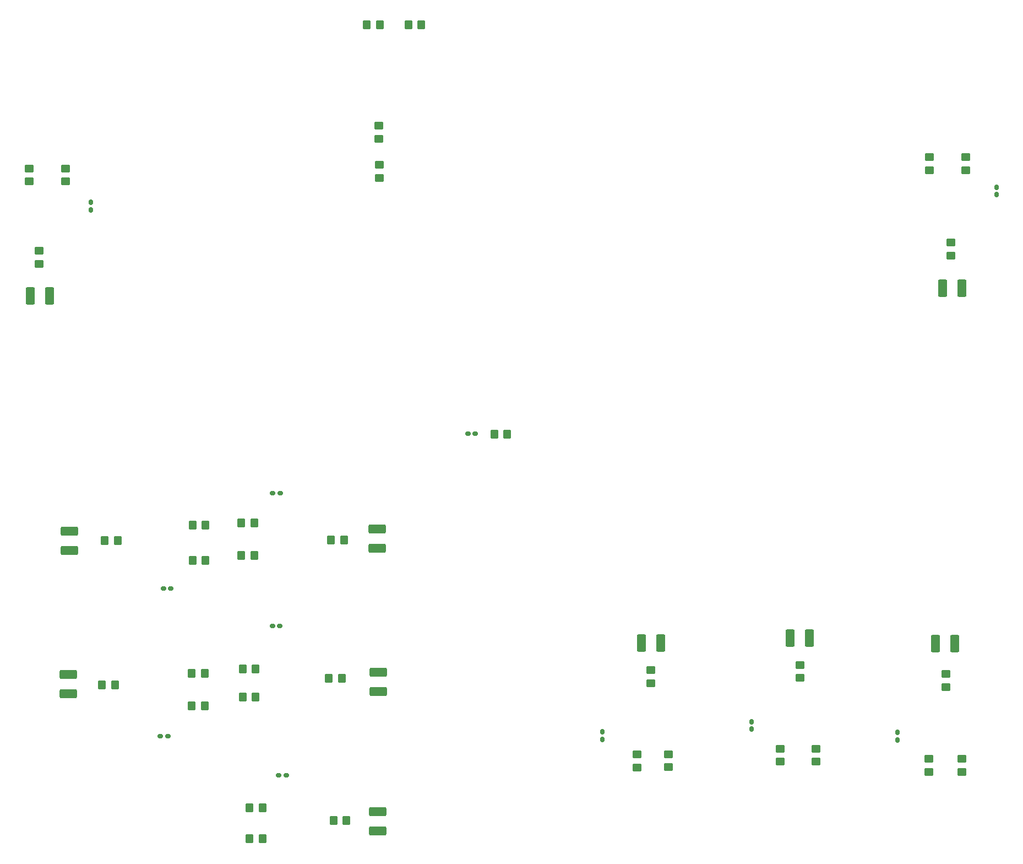
<source format=gbr>
%TF.GenerationSoftware,KiCad,Pcbnew,(6.0.5-0)*%
%TF.CreationDate,2024-02-05T16:25:50-05:00*%
%TF.ProjectId,Autonomous Drift Cart PCB,4175746f-6e6f-46d6-9f75-732044726966,rev?*%
%TF.SameCoordinates,Original*%
%TF.FileFunction,Paste,Top*%
%TF.FilePolarity,Positive*%
%FSLAX46Y46*%
G04 Gerber Fmt 4.6, Leading zero omitted, Abs format (unit mm)*
G04 Created by KiCad (PCBNEW (6.0.5-0)) date 2024-02-05 16:25:50*
%MOMM*%
%LPD*%
G01*
G04 APERTURE LIST*
G04 Aperture macros list*
%AMRoundRect*
0 Rectangle with rounded corners*
0 $1 Rounding radius*
0 $2 $3 $4 $5 $6 $7 $8 $9 X,Y pos of 4 corners*
0 Add a 4 corners polygon primitive as box body*
4,1,4,$2,$3,$4,$5,$6,$7,$8,$9,$2,$3,0*
0 Add four circle primitives for the rounded corners*
1,1,$1+$1,$2,$3*
1,1,$1+$1,$4,$5*
1,1,$1+$1,$6,$7*
1,1,$1+$1,$8,$9*
0 Add four rect primitives between the rounded corners*
20,1,$1+$1,$2,$3,$4,$5,0*
20,1,$1+$1,$4,$5,$6,$7,0*
20,1,$1+$1,$6,$7,$8,$9,0*
20,1,$1+$1,$8,$9,$2,$3,0*%
G04 Aperture macros list end*
%ADD10RoundRect,0.250000X0.350000X0.450000X-0.350000X0.450000X-0.350000X-0.450000X0.350000X-0.450000X0*%
%ADD11RoundRect,0.250001X1.074999X-0.462499X1.074999X0.462499X-1.074999X0.462499X-1.074999X-0.462499X0*%
%ADD12RoundRect,0.250000X0.450000X-0.350000X0.450000X0.350000X-0.450000X0.350000X-0.450000X-0.350000X0*%
%ADD13RoundRect,0.250000X-0.350000X-0.450000X0.350000X-0.450000X0.350000X0.450000X-0.350000X0.450000X0*%
%ADD14RoundRect,0.160000X-0.222500X-0.160000X0.222500X-0.160000X0.222500X0.160000X-0.222500X0.160000X0*%
%ADD15RoundRect,0.250001X0.462499X1.074999X-0.462499X1.074999X-0.462499X-1.074999X0.462499X-1.074999X0*%
%ADD16RoundRect,0.160000X0.160000X-0.222500X0.160000X0.222500X-0.160000X0.222500X-0.160000X-0.222500X0*%
%ADD17RoundRect,0.250001X-1.074999X0.462499X-1.074999X-0.462499X1.074999X-0.462499X1.074999X0.462499X0*%
%ADD18RoundRect,0.250000X-0.450000X0.350000X-0.450000X-0.350000X0.450000X-0.350000X0.450000X0.350000X0*%
%ADD19RoundRect,0.250001X-0.462499X-1.074999X0.462499X-1.074999X0.462499X1.074999X-0.462499X1.074999X0*%
%ADD20RoundRect,0.160000X-0.160000X0.222500X-0.160000X-0.222500X0.160000X-0.222500X0.160000X0.222500X0*%
%ADD21RoundRect,0.160000X0.222500X0.160000X-0.222500X0.160000X-0.222500X-0.160000X0.222500X-0.160000X0*%
G04 APERTURE END LIST*
D10*
%TO.C,R38*%
X200050000Y-174200000D03*
X202050000Y-174200000D03*
%TD*%
D11*
%TO.C,D21*%
X159260000Y-151750000D03*
X159260000Y-154725000D03*
%TD*%
D12*
%TO.C,R2*%
X274200000Y-165125000D03*
X274200000Y-163125000D03*
%TD*%
D13*
%TO.C,R6*%
X224750000Y-114800000D03*
X226750000Y-114800000D03*
%TD*%
D12*
%TO.C,R3*%
X296650000Y-166725000D03*
X296650000Y-164725000D03*
%TD*%
D10*
%TO.C,R7*%
X213550000Y-51950000D03*
X211550000Y-51950000D03*
%TD*%
D14*
%TO.C,D4*%
X190627500Y-144250000D03*
X191772500Y-144250000D03*
%TD*%
D15*
%TO.C,D18*%
X156400000Y-93600000D03*
X153425000Y-93600000D03*
%TD*%
D13*
%TO.C,R21*%
X166410000Y-153350000D03*
X164410000Y-153350000D03*
%TD*%
D16*
%TO.C,D3*%
X286750000Y-161777500D03*
X286750000Y-160632500D03*
%TD*%
D17*
%TO.C,D12*%
X206950000Y-151375000D03*
X206950000Y-154350000D03*
%TD*%
D18*
%TO.C,R31*%
X158850000Y-74000000D03*
X158850000Y-76000000D03*
%TD*%
D13*
%TO.C,R5*%
X185850000Y-133450000D03*
X187850000Y-133450000D03*
%TD*%
D19*
%TO.C,D11*%
X292575000Y-147025000D03*
X295550000Y-147025000D03*
%TD*%
D11*
%TO.C,D19*%
X159410000Y-132687500D03*
X159410000Y-129712500D03*
%TD*%
D18*
%TO.C,R22*%
X207000000Y-67450000D03*
X207000000Y-69450000D03*
%TD*%
D20*
%TO.C,D22*%
X302000000Y-76855000D03*
X302000000Y-78000000D03*
%TD*%
D19*
%TO.C,D9*%
X247412500Y-146900000D03*
X250387500Y-146900000D03*
%TD*%
D10*
%TO.C,R13*%
X201650000Y-131100000D03*
X199650000Y-131100000D03*
%TD*%
D15*
%TO.C,D23*%
X296700000Y-92400000D03*
X293725000Y-92400000D03*
%TD*%
D12*
%TO.C,R24*%
X246750000Y-166050000D03*
X246750000Y-164050000D03*
%TD*%
D20*
%TO.C,D14*%
X162750000Y-79205000D03*
X162750000Y-80350000D03*
%TD*%
D17*
%TO.C,D7*%
X206850000Y-175800000D03*
X206850000Y-172825000D03*
%TD*%
D13*
%TO.C,R4*%
X186050000Y-155250000D03*
X188050000Y-155250000D03*
%TD*%
D19*
%TO.C,D10*%
X270262500Y-146125000D03*
X273237500Y-146125000D03*
%TD*%
D18*
%TO.C,R34*%
X291650000Y-72250000D03*
X291650000Y-74250000D03*
%TD*%
D10*
%TO.C,R8*%
X207150000Y-51950000D03*
X205150000Y-51950000D03*
%TD*%
D17*
%TO.C,D13*%
X206750000Y-129375000D03*
X206750000Y-132350000D03*
%TD*%
D14*
%TO.C,D6*%
X192750000Y-167200000D03*
X191605000Y-167200000D03*
%TD*%
D18*
%TO.C,R32*%
X297250000Y-72250000D03*
X297250000Y-74250000D03*
%TD*%
%TO.C,R9*%
X248850000Y-151050000D03*
X248850000Y-153050000D03*
%TD*%
D10*
%TO.C,R30*%
X180360000Y-134200000D03*
X178360000Y-134200000D03*
%TD*%
D14*
%TO.C,D5*%
X220707500Y-114770000D03*
X221852500Y-114770000D03*
%TD*%
D12*
%TO.C,R18*%
X154750000Y-88650000D03*
X154750000Y-86650000D03*
%TD*%
D10*
%TO.C,R15*%
X180360000Y-128800000D03*
X178360000Y-128800000D03*
%TD*%
D18*
%TO.C,R23*%
X207050000Y-73450000D03*
X207050000Y-75450000D03*
%TD*%
D13*
%TO.C,R37*%
X189150000Y-177000000D03*
X187150000Y-177000000D03*
%TD*%
%TO.C,R19*%
X164860000Y-131150000D03*
X166860000Y-131150000D03*
%TD*%
D18*
%TO.C,R14*%
X153200000Y-74000000D03*
X153200000Y-76000000D03*
%TD*%
D10*
%TO.C,R29*%
X180210000Y-156550000D03*
X178210000Y-156550000D03*
%TD*%
D21*
%TO.C,D15*%
X175032500Y-138550000D03*
X173887500Y-138550000D03*
%TD*%
D13*
%TO.C,R28*%
X185850000Y-128450000D03*
X187850000Y-128450000D03*
%TD*%
D12*
%TO.C,R35*%
X295000000Y-87400000D03*
X295000000Y-85400000D03*
%TD*%
D14*
%TO.C,D8*%
X190700000Y-123850000D03*
X191845000Y-123850000D03*
%TD*%
D21*
%TO.C,D17*%
X174562500Y-161200000D03*
X173417500Y-161200000D03*
%TD*%
D18*
%TO.C,R10*%
X271750000Y-150275000D03*
X271750000Y-152275000D03*
%TD*%
D16*
%TO.C,D2*%
X264300000Y-160147500D03*
X264300000Y-159002500D03*
%TD*%
D12*
%TO.C,R26*%
X291550000Y-166725000D03*
X291550000Y-164725000D03*
%TD*%
D10*
%TO.C,R17*%
X180210000Y-151600000D03*
X178210000Y-151600000D03*
%TD*%
D12*
%TO.C,R1*%
X251500000Y-166000000D03*
X251500000Y-164000000D03*
%TD*%
%TO.C,R25*%
X268750000Y-165125000D03*
X268750000Y-163125000D03*
%TD*%
D13*
%TO.C,R27*%
X186050000Y-150850000D03*
X188050000Y-150850000D03*
%TD*%
D10*
%TO.C,R12*%
X201300000Y-152350000D03*
X199300000Y-152350000D03*
%TD*%
D16*
%TO.C,D1*%
X241400000Y-161722500D03*
X241400000Y-160577500D03*
%TD*%
D18*
%TO.C,R11*%
X294250000Y-151675000D03*
X294250000Y-153675000D03*
%TD*%
D13*
%TO.C,R36*%
X189150000Y-172200000D03*
X187150000Y-172200000D03*
%TD*%
M02*

</source>
